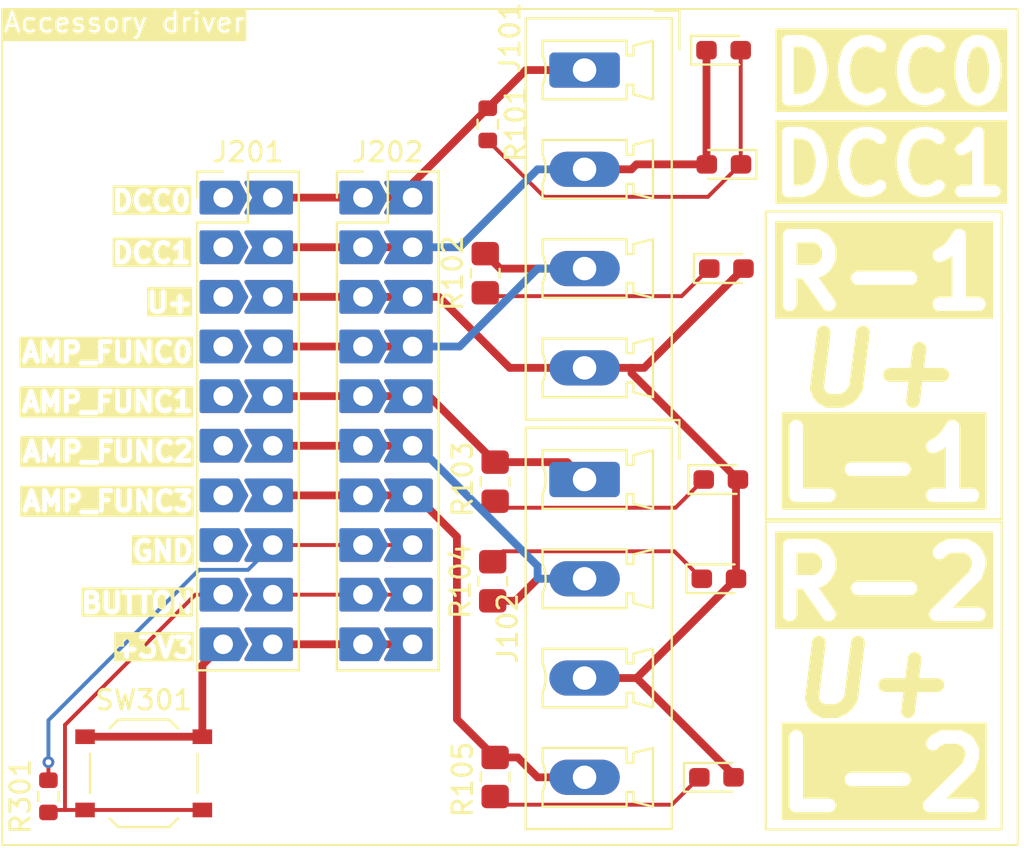
<source format=kicad_pcb>
(kicad_pcb (version 20240108) (generator "pcbnew") (generator_version "8.0")
  (layers (0 "F.Cu" signal) (31 "B.Cu" signal) (34 "B.Paste" user) (35 "F.Paste" user) (36 "B.SilkS" user "B.Silkscreen") (37 "F.SilkS" user "F.Silkscreen") (38 "B.Mask" user) (39 "F.Mask" user) (44 "Edge.Cuts" user))
  (net 0 "")
  (net 1 "Net-(D101-K)")
  (net 2 "Net-(D103-K)")
  (net 3 "Net-(D104-K)")
  (net 4 "Net-(D105-K)")
  (net 5 "Net-(D106-K)")
  (net 6 "/J_GND")
  (net 7 "/BUTTON")
  (net 8 "/J_U+")
  (net 9 "/J_AMP_FUNC2")
  (net 10 "/+3V3")
  (net 11 "/J_AMP_FUNC0")
  (net 12 "/J_AMP_FUNC3")
  (net 13 "/J_DCC1")
  (net 14 "/J_DCC0")
  (net 15 "/J_AMP_FUNC1")
  (net 16 "/DCC0")
  (net 17 "/AMP_FUNC1")
  (net 18 "/GND")
  (net 19 "/U+")
  (net 20 "/AMP_FUNC3")
  (net 21 "/J_+3V3")
  (net 22 "/J_BUTTON")
  (net 23 "/AMP_FUNC0")
  (net 24 "/AMP_FUNC2")
  (net 25 "/DCC1")
  (footprint "Resistor_SMD:R_0603_1608Metric" (layer "F.Cu") (at 106.759 113.952 90)
    (property "Reference" "R301")
    (property "Value" "10k")
  )
  (footprint "LED_SMD:LED_0603_1608Metric_Pad1.05x0.95mm_HandSolder" (layer "F.Cu") (at 141.0533 102.8191)
    (property "Reference" "D105" (hide yes))
    (property "Value" "LED_RED")
  )
  (footprint "xDuinoRail:PinHeaderJP_2x10_P2.54mm_Vertical" (layer "F.Cu") (at 115.697 83.312)
    (property "Reference" "J201")
    (property "Value" "Conn_02x10_Odd_Even")
  )
  (footprint "LED_SMD:LED_0603_1608Metric_Pad1.05x0.95mm_HandSolder" (layer "F.Cu") (at 140.9263 112.9791)
    (property "Reference" "D106" (hide yes))
    (property "Value" "LED_GREEN")
  )
  (footprint "Button_Switch_SMD:SW_Push_1P1T_XKB_TS-1187A" (layer "F.Cu") (at 111.633 112.776)
    (property "Reference" "SW301")
    (property "Value" "TS-1187A-B-A-B")
  )
  (footprint "Resistor_SMD:R_0603_1608Metric" (layer "F.Cu") (at 129.2283 79.5621 -90)
    (property "Reference" "R101")
    (property "Value" "10k")
  )
  (footprint "Resistor_SMD:R_0805_2012Metric_Pad1.20x1.40mm_HandSolder" (layer "F.Cu") (at 129.1013 87.1821 -90)
    (property "Reference" "R102")
    (property "Value" "1k")
  )
  (footprint "xDuinoRail:PinHeaderJP_2x10_P2.54mm_Vertical" (layer "F.Cu") (at 122.847 83.312)
    (property "Reference" "J202")
    (property "Value" "Conn_02x10_Odd_Even")
  )
  (footprint "LED_SMD:LED_0603_1608Metric_Pad1.05x0.95mm_HandSolder" (layer "F.Cu") (at 141.2933 75.7681)
    (property "Reference" "D102" (hide yes))
    (property "Value" "LED_WHITE")
  )
  (footprint "Connector_Phoenix_MC_HighVoltage:PhoenixContact_MCV_1,5_4-G-5.08_1x04_P5.08mm_Vertical" (layer "F.Cu") (at 134.1813 76.7841 -90)
    (property "Reference" "J101")
    (property "Value" "Conn_01x04")
  )
  (footprint "LED_SMD:LED_0603_1608Metric_Pad1.05x0.95mm_HandSolder" (layer "F.Cu") (at 141.4343 86.9441)
    (property "Reference" "D103" (hide yes))
    (property "Value" "LED_RED")
  )
  (footprint "Resistor_SMD:R_0805_2012Metric_Pad1.20x1.40mm_HandSolder" (layer "F.Cu") (at 129.4823 102.9461 90)
    (property "Reference" "R104")
    (property "Value" "1k")
  )
  (footprint "LED_SMD:LED_0603_1608Metric_Pad1.05x0.95mm_HandSolder" (layer "F.Cu") (at 141.1523 97.7391)
    (property "Reference" "D104" (hide yes))
    (property "Value" "LED_GREEN")
  )
  (footprint "Resistor_SMD:R_0805_2012Metric_Pad1.20x1.40mm_HandSolder" (layer "F.Cu") (at 129.6093 97.8501 -90)
    (property "Reference" "R103")
    (property "Value" "1k")
  )
  (footprint "Connector_Phoenix_MC_HighVoltage:PhoenixContact_MCV_1,5_4-G-5.08_1x04_P5.08mm_Vertical" (layer "F.Cu") (at 134.1813 97.7391 -90)
    (property "Reference" "J102")
    (property "Value" "Conn_01x04")
  )
  (footprint "Resistor_SMD:R_0805_2012Metric_Pad1.20x1.40mm_HandSolder" (layer "F.Cu") (at 129.6093 112.9631 -90)
    (property "Reference" "R105")
    (property "Value" "1k")
  )
  (footprint "LED_SMD:LED_0603_1608Metric_Pad1.05x0.95mm_HandSolder" (layer "F.Cu") (at 141.3073 81.6101 180)
    (property "Reference" "D101" (hide yes))
    (property "Value" "LED_YELLOW")
  )
  (gr_rect (start 104.394 73.66) (end 156.337 116.4451) (stroke (width 0.1)) (fill none) (layer "F.SilkS"))
  (gr_rect (start 143.4523 99.8981) (end 155.5173 115.6461) (stroke (width 0.1)) (fill none) (layer "F.SilkS"))
  (gr_poly (pts (xy 143.452341 84.023133) (xy 143.452342 99.771133) (xy 155.517341 99.771133) (xy 155.517341 84.023132)) (stroke (width 0.1)) (fill none) (layer "F.SilkS"))
  (gr_poly (pts (xy 143.452341 99.898132) (xy 143.452342 115.646132) (xy 155.517341 115.646132) (xy 155.517342 99.898132)) (stroke (width 0.1)) (fill none) (layer "F.SilkS"))
  (gr_rect (start 143.4523 84.0231) (end 155.5173 99.7711) (stroke (width 0.1)) (fill none) (layer "F.SilkS"))
  (gr_text "DCC0" (at 149.802341 78.689133 0) (layer "F.SilkS" knockout) (effects (font (size 3 3) (thickness 0.6) (bold yes)) (justify bottom)))
  (gr_text "DCC0" (at 114.173 84.074 0) (layer "F.SilkS" knockout) (effects (font (size 1 1) (thickness 0.25) (bold yes)) (justify right bottom)))
  (gr_text "R-2" (at 149.421342 105.105132 0) (layer "F.SilkS" knockout) (effects (font (size 3.5 3.5) (thickness 0.7) (bold yes)) (justify bottom)))
  (gr_text "R-1" (at 149.421341 89.230132 0) (layer "F.SilkS" knockout) (effects (font (size 3.5 3.5) (thickness 0.7) (bold yes)) (justify bottom)))
  (gr_text "DCC0" (at 149.8023 78.6891 0) (layer "F.SilkS" knockout) (effects (font (size 3 3) (thickness 0.6) (bold yes)) (justify bottom)))
  (gr_text "U+" (at 114.3 89.281 0) (layer "F.SilkS" knockout) (effects (font (size 1 1) (thickness 0.3) (bold yes)) (justify right bottom)))
  (gr_text "AMP_FUNC0" (at 114.3 91.821 0) (layer "F.SilkS" knockout) (effects (font (size 1 1) (thickness 0.3) (bold yes)) (justify right bottom)))
  (gr_text "U+" (at 148.913341 110.058132 0) (layer "F.SilkS") (effects (font (size 3.5 3.5) (thickness 0.7) (bold yes) (italic yes)) (justify bottom)))
  (gr_text "Accessory driver" (at 104.394 74.93 0) (layer "F.SilkS" knockout) (effects (font (size 1 1) (thickness 0.125)) (justify left bottom)))
  (gr_text "L-1" (at 149.421342 99.009132 0) (layer "F.SilkS" knockout) (effects (font (size 3.5 3.5) (thickness 0.7) (bold yes)) (justify bottom)))
  (gr_text "R-2" (at 149.4213 105.1051 0) (layer "F.SilkS" knockout) (effects (font (size 3.5 3.5) (thickness 0.7) (bold yes)) (justify bottom)))
  (gr_text "GND" (at 114.3 101.981 0) (layer "F.SilkS" knockout) (effects (font (size 1 1) (thickness 0.25) (bold yes)) (justify right bottom)))
  (gr_text "AMP_FUNC1" (at 114.3 94.361 0) (layer "F.SilkS" knockout) (effects (font (size 1 1) (thickness 0.3) (bold yes)) (justify right bottom)))
  (gr_text "DCC1" (at 149.8023 83.3881 0) (layer "F.SilkS" knockout) (effects (font (size 3 3) (thickness 0.6) (bold yes)) (justify bottom)))
  (gr_text "BUTTON" (at 114.3 104.648 0) (layer "F.SilkS" knockout) (effects (font (size 1 1) (thickness 0.25) (bold yes)) (justify right bottom)))
  (gr_text "AMP_FUNC3" (at 114.3 99.441 0) (layer "F.SilkS" knockout) (effects (font (size 1 1) (thickness 0.25) (bold yes)) (justify right bottom)))
  (gr_text "+3V3" (at 114.3 106.934 0) (layer "F.SilkS" knockout) (effects (font (size 1 1) (thickness 0.25) (bold yes)) (justify right bottom)))
  (gr_text "U+" (at 149.1673 94.1831 0) (layer "F.SilkS") (effects (font (size 3.5 3.5) (thickness 0.7) (bold yes) (italic yes)) (justify bottom)))
  (gr_text "L-2" (at 149.4213 114.8841 0) (layer "F.SilkS" knockout) (effects (font (size 3.5 3.5) (thickness 0.7) (bold yes)) (justify bottom)))
  (gr_text "R-1" (at 149.4213 89.2301 0) (layer "F.SilkS" knockout) (effects (font (size 3.5 3.5) (thickness 0.7) (bold yes)) (justify bottom)))
  (gr_text "AMP_FUNC2" (at 114.3 96.901 0) (layer "F.SilkS" knockout) (effects (font (size 1 1) (thickness 0.25) (bold yes)) (justify right bottom)))
  (gr_text "U+" (at 149.167341 94.183132 0) (layer "F.SilkS") (effects (font (size 3.5 3.5) (thickness 0.7) (bold yes) (italic yes)) (justify bottom)))
  (gr_text "DCC1" (at 114.173 86.741 0) (layer "F.SilkS" knockout) (effects (font (size 1 1) (thickness 0.25) (bold yes)) (justify right bottom)))
  (gr_text "DCC1" (at 149.802341 83.388132 0) (layer "F.SilkS" knockout) (effects (font (size 3 3) (thickness 0.6) (bold yes)) (justify bottom)))
  (gr_text "U+" (at 148.9133 110.0581 0) (layer "F.SilkS") (effects (font (size 3.5 3.5) (thickness 0.7) (bold yes) (italic yes)) (justify bottom)))
  (gr_text "L-2" (at 149.421341 114.884133 0) (layer "F.SilkS" knockout) (effects (font (size 3.5 3.5) (thickness 0.7) (bold yes)) (justify bottom)))
  (gr_text "L-1" (at 149.4213 99.0091 0) (layer "F.SilkS" knockout) (effects (font (size 3.5 3.5) (thickness 0.7) (bold yes)) (justify bottom)))
  (segment (start 142.1823 81.6101) (end 142.1683 81.5961) (width 0.2) (layer "F.Cu") (net 1))
  (segment (start 142.1683 81.5961) (end 142.1683 75.7681) (width 0.2) (layer "F.Cu") (net 1))
  (segment (start 142.1683 81.5961) (end 140.4919 83.2725) (width 0.2) (layer "F.Cu") (net 1))
  (segment (start 132.1137 83.2725) (end 129.2283 80.3871) (width 0.2) (layer "F.Cu") (net 1))
  (segment (start 140.4919 83.2725) (end 132.1137 83.2725) (width 0.2) (layer "F.Cu") (net 1))
  (segment (start 129.273 88.3538) (end 139.1496 88.3538) (width 0.2) (layer "F.Cu") (net 2))
  (segment (start 139.1496 88.3538) (end 140.5593 86.9441) (width 0.2) (layer "F.Cu") (net 2))
  (segment (start 129.1013 88.1821) (end 129.273 88.3538) (width 0.2) (layer "F.Cu") (net 2))
  (segment (start 129.942 99.1828) (end 138.8336 99.1828) (width 0.2) (layer "F.Cu") (net 3))
  (segment (start 138.8336 99.1828) (end 140.2773 97.7391) (width 0.2) (layer "F.Cu") (net 3))
  (segment (start 129.6093 98.8501) (end 129.942 99.1828) (width 0.2) (layer "F.Cu") (net 3))
  (segment (start 138.7717 101.4125) (end 140.1783 102.8191) (width 0.2) (layer "F.Cu") (net 4))
  (segment (start 130.0159 101.4125) (end 138.7717 101.4125) (width 0.2) (layer "F.Cu") (net 4))
  (segment (start 129.4823 101.9461) (end 130.0159 101.4125) (width 0.2) (layer "F.Cu") (net 4))
  (segment (start 138.649 114.3814) (end 140.0513 112.9791) (width 0.2) (layer "F.Cu") (net 5))
  (segment (start 130.0276 114.3814) (end 138.649 114.3814) (width 0.2) (layer "F.Cu") (net 5))
  (segment (start 129.6093 113.9631) (end 130.0276 114.3814) (width 0.2) (layer "F.Cu") (net 5))
  (segment (start 125.387 101.092) (end 122.847 101.092) (width 0.2) (layer "F.Cu") (net 6))
  (segment (start 122.847 101.092) (end 118.237 101.092) (width 0.2) (layer "F.Cu") (net 6))
  (segment (start 106.759 112.207) (end 106.759 113.127) (width 0.2) (layer "F.Cu") (net 6))
  (via (at 106.759 112.207) (size 0.6) (drill 0.3) (layers "F.Cu" "B.Cu") (net 6))
  (segment (start 114.4579 102.362) (end 106.759 110.0609) (width 0.2) (layer "B.Cu") (net 6))
  (segment (start 116.967 102.362) (end 114.4579 102.362) (width 0.2) (layer "B.Cu") (net 6))
  (segment (start 118.237 101.092) (end 116.967 102.362) (width 0.2) (layer "B.Cu") (net 6))
  (segment (start 106.759 110.0609) (end 106.759 112.207) (width 0.2) (layer "B.Cu") (net 6))
  (segment (start 114.633 114.651) (end 108.633 114.651) (width 0.2) (layer "F.Cu") (net 7))
  (segment (start 107.6071 114.651) (end 106.885 114.651) (width 0.2) (layer "F.Cu") (net 7))
  (segment (start 107.6071 114.651) (end 107.6071 110.2997) (width 0.2) (layer "F.Cu") (net 7))
  (segment (start 108.633 114.651) (end 107.6071 114.651) (width 0.2) (layer "F.Cu") (net 7))
  (segment (start 114.2748 103.632) (end 115.697 103.632) (width 0.2) (layer "F.Cu") (net 7))
  (segment (start 106.885 114.651) (end 106.759 114.777) (width 0.2) (layer "F.Cu") (net 7))
  (segment (start 107.6071 110.2997) (end 114.2748 103.632) (width 0.2) (layer "F.Cu") (net 7))
  (segment (start 141.9283 102.8191) (end 141.9283 97.8381) (width 0.4) (layer "F.Cu") (net 8))
  (segment (start 142.3093 86.9441) (end 137.2293 92.0241) (width 0.4) (layer "F.Cu") (net 8))
  (segment (start 137.2293 92.0241) (end 136.583 92.0241) (width 0.4) (layer "F.Cu") (net 8))
  (segment (start 141.9283 97.8381) (end 142.0273 97.7391) (width 0.4) (layer "F.Cu") (net 8))
  (segment (start 136.583 92.0241) (end 136.583 92.2948) (width 0.4) (layer "F.Cu") (net 8))
  (segment (start 136.8483 107.8991) (end 141.9283 102.8191) (width 0.4) (layer "F.Cu") (net 8))
  (segment (start 141.8013 112.9791) (end 141.8013 112.8521) (width 0.4) (layer "F.Cu") (net 8))
  (segment (start 126.7223 88.392) (end 130.3544 92.0241) (width 0.4) (layer "F.Cu") (net 8))
  (segment (start 130.3544 92.0241) (end 134.1813 92.0241) (width 0.4) (layer "F.Cu") (net 8))
  (segment (start 125.387 88.392) (end 126.7223 88.392) (width 0.4) (layer "F.Cu") (net 8))
  (segment (start 134.1813 107.8991) (end 136.8483 107.8991) (width 0.4) (layer "F.Cu") (net 8))
  (segment (start 134.1813 92.0241) (end 136.583 92.0241) (width 0.4) (layer "F.Cu") (net 8))
  (segment (start 122.847 88.392) (end 118.237 88.392) (width 0.4) (layer "F.Cu") (net 8))
  (segment (start 136.583 92.2948) (end 142.0273 97.7391) (width 0.4) (layer "F.Cu") (net 8))
  (segment (start 141.8013 112.8521) (end 136.8483 107.8991) (width 0.4) (layer "F.Cu") (net 8))
  (segment (start 125.387 88.392) (end 122.847 88.392) (width 0.4) (layer "F.Cu") (net 8))
  (segment (start 125.387 96.012) (end 122.847 96.012) (width 0.4) (layer "F.Cu") (net 9))
  (segment (start 129.4823 103.9461) (end 130.6526 103.9461) (width 0.4) (layer "F.Cu") (net 9))
  (segment (start 134.1813 102.8191) (end 131.7796 102.8191) (width 0.4) (layer "F.Cu") (net 9))
  (segment (start 122.847 96.012) (end 118.237 96.012) (width 0.4) (layer "F.Cu") (net 9))
  (segment (start 130.6526 103.9461) (end 131.7796 102.8191) (width 0.4) (layer "F.Cu") (net 9))
  (segment (start 125.6329 96.012) (end 125.387 96.012) (width 0.4) (layer "B.Cu") (net 9))
  (segment (start 131.7796 102.8191) (end 131.7796 102.1587) (width 0.4) (layer "B.Cu") (net 9))
  (segment (start 134.1813 102.8191) (end 131.7796 102.8191) (width 0.4) (layer "B.Cu") (net 9))
  (segment (start 131.7796 102.1587) (end 125.6329 96.012) (width 0.4) (layer "B.Cu") (net 9))
  (segment (start 114.633 110.901) (end 108.633 110.901) (width 0.4) (layer "F.Cu") (net 10))
  (segment (start 114.633 107.236) (end 115.697 106.172) (width 0.4) (layer "F.Cu") (net 10))
  (segment (start 114.633 110.901) (end 114.633 107.236) (width 0.4) (layer "F.Cu") (net 10))
  (segment (start 129.8633 86.9441) (end 129.1013 86.1821) (width 0.4) (layer "F.Cu") (net 11))
  (segment (start 134.1813 86.9441) (end 129.8633 86.9441) (width 0.4) (layer "F.Cu") (net 11))
  (segment (start 125.387 90.932) (end 122.847 90.932) (width 0.4) (layer "F.Cu") (net 11))
  (segment (start 122.847 90.932) (end 118.237 90.932) (width 0.4) (layer "F.Cu") (net 11))
  (segment (start 134.1813 86.9441) (end 131.7796 86.9441) (width 0.4) (layer "B.Cu") (net 11))
  (segment (start 127.7917 90.932) (end 125.387 90.932) (width 0.4) (layer "B.Cu") (net 11))
  (segment (start 131.7796 86.9441) (end 127.7917 90.932) (width 0.4) (layer "B.Cu") (net 11))
  (segment (start 125.387 98.552) (end 122.847 98.552) (width 0.4) (layer "F.Cu") (net 12))
  (segment (start 127.6534 110.0072) (end 127.6534 100.6698) (width 0.4) (layer "F.Cu") (net 12))
  (segment (start 125.5356 98.552) (end 125.387 98.552) (width 0.4) (layer "F.Cu") (net 12))
  (segment (start 134.1813 112.9791) (end 131.7796 112.9791) (width 0.4) (layer "F.Cu") (net 12))
  (segment (start 131.7796 112.9791) (end 130.7636 111.9631) (width 0.4) (layer "F.Cu") (net 12))
  (segment (start 127.6534 100.6698) (end 125.5356 98.552) (width 0.4) (layer "F.Cu") (net 12))
  (segment (start 122.847 98.552) (end 118.237 98.552) (width 0.4) (layer "F.Cu") (net 12))
  (segment (start 130.7636 111.9631) (end 129.6093 111.9631) (width 0.4) (layer "F.Cu") (net 12))
  (segment (start 129.6093 111.9631) (end 127.6534 110.0072) (width 0.4) (layer "F.Cu") (net 12))
  (segment (start 134.1813 81.8641) (end 136.583 81.8641) (width 0.4) (layer "F.Cu") (net 13))
  (segment (start 140.4183 81.6101) (end 140.4183 75.7681) (width 0.4) (layer "F.Cu") (net 13))
  (segment (start 136.837 81.6101) (end 136.583 81.8641) (width 0.4) (layer "F.Cu") (net 13))
  (segment (start 140.4323 81.6101) (end 140.4183 81.6101) (width 0.4) (layer "F.Cu") (net 13))
  (segment (start 122.847 85.852) (end 118.237 85.852) (width 0.4) (layer "F.Cu") (net 13))
  (segment (start 125.387 85.852) (end 122.847 85.852) (width 0.4) (layer "F.Cu") (net 13))
  (segment (start 140.4183 81.6101) (end 136.837 81.6101) (width 0.4) (layer "F.Cu") (net 13))
  (segment (start 127.7917 85.852) (end 131.7796 81.8641) (width 0.4) (layer "B.Cu") (net 13))
  (segment (start 134.1813 81.8641) (end 131.7796 81.8641) (width 0.4) (layer "B.Cu") (net 13))
  (segment (start 125.387 85.852) (end 127.7917 85.852) (width 0.4) (layer "B.Cu") (net 13))
  (segment (start 122.847 83.312) (end 118.237 83.312) (width 0.4) (layer "F.Cu") (net 14))
  (segment (start 125.387 82.5784) (end 125.387 83.312) (width 0.4) (layer "F.Cu") (net 14))
  (segment (start 134.1813 76.7841) (end 131.1813 76.7841) (width 0.4) (layer "F.Cu") (net 14))
  (segment (start 125.387 83.312) (end 122.847 83.312) (width 0.4) (layer "F.Cu") (net 14))
  (segment (start 131.1813 76.7841) (end 129.2283 78.7371) (width 0.4) (layer "F.Cu") (net 14))
  (segment (start 129.2283 78.7371) (end 125.387 82.5784) (width 0.4) (layer "F.Cu") (net 14))
  (segment (start 125.387 93.472) (end 122.847 93.472) (width 0.4) (layer "F.Cu") (net 15))
  (segment (start 126.2312 93.472) (end 125.387 93.472) (width 0.4) (layer "F.Cu") (net 15))
  (segment (start 134.1813 97.7391) (end 133.2923 96.8501) (width 0.4) (layer "F.Cu") (net 15))
  (segment (start 129.6093 96.8501) (end 126.2312 93.472) (width 0.4) (layer "F.Cu") (net 15))
  (segment (start 122.847 93.472) (end 118.237 93.472) (width 0.4) (layer "F.Cu") (net 15))
  (segment (start 133.2923 96.8501) (end 129.6093 96.8501) (width 0.4) (layer "F.Cu") (net 15))
  (segment (start 122.847 106.172) (end 118.237 106.172) (width 0.4) (layer "F.Cu") (net 21))
  (segment (start 125.387 106.172) (end 122.847 106.172) (width 0.4) (layer "F.Cu") (net 21))
  (segment (start 122.847 103.632) (end 118.237 103.632) (width 0.2) (layer "F.Cu") (net 22))
  (segment (start 125.387 103.632) (end 122.847 103.632) (width 0.2) (layer "F.Cu") (net 22))
)
</source>
